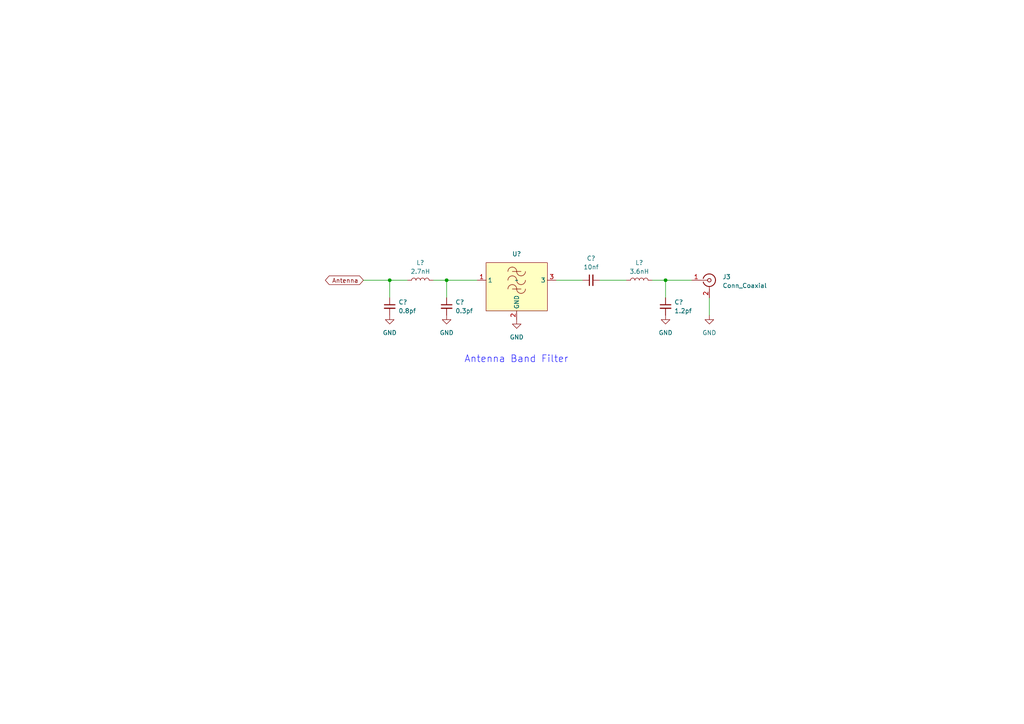
<source format=kicad_sch>
(kicad_sch (version 20230121) (generator eeschema)
  (paper "A4")
  (lib_symbols
    (symbol "Connector:Conn_Coaxial" (pin_names (offset 1.016) hide)
      (property "Reference" "J" (at 0.254 3.048 0))
      (property "Value" "Conn_Coaxial" (at 2.921 0 90))
      (symbol "Conn_Coaxial_0_1"
        (arc (start -1.778 -0.508) (mid 0.2311 -1.8066) (end 1.778 0) (stroke (width 0.254)))
        (polyline (pts (xy -2.54 0) (xy -0.508 0)))
        (polyline (pts (xy 0 -2.54) (xy 0 -1.778)))
        (circle (center 0 0) (radius 0.508) (stroke (width 0.2032)))
        (arc (start 1.778 0) (mid 0.2099 1.8101) (end -1.778 0.508) (stroke (width 0.254)))
      )
      (symbol "Conn_Coaxial_1_1"
        (pin passive line (at -5.08 0 0) (length 2.54) (name "In") (number "1"))
        (pin passive line (at 0 -5.08 90) (length 2.54) (name "Ext") (number "2"))
      )
    )
    (symbol "Device:C_Small" (pin_numbers hide) (pin_names (offset 0.254) hide)
      (property "Reference" "C" (at 0.254 1.778 0))
      (property "Value" "C_Small" (at 0.254 -2.032 0))
      (symbol "C_Small_0_1"
        (polyline (pts (xy -1.524 -0.508) (xy 1.524 -0.508)) (stroke (width 0.3302)))
        (polyline (pts (xy -1.524 0.508) (xy 1.524 0.508)) (stroke (width 0.3048)))
      )
      (symbol "C_Small_1_1"
        (pin passive line (at 0 2.54 270) (length 2.032) (name "~") (number "1"))
        (pin passive line (at 0 -2.54 90) (length 2.032) (name "~") (number "2"))
      )
    )
    (symbol "Device:L" (pin_numbers hide) (pin_names (offset 1.016) hide)
      (property "Reference" "L" (at -1.27 0 90))
      (property "Value" "L" (at 1.905 0 90))
      (symbol "L_0_1"
        (arc (start 0 -2.54) (mid 0.6323 -1.905) (end 0 -1.27))
        (arc (start 0 -1.27) (mid 0.6323 -0.635) (end 0 0))
        (arc (start 0 0) (mid 0.6323 0.635) (end 0 1.27))
        (arc (start 0 1.27) (mid 0.6323 1.905) (end 0 2.54))
      )
      (symbol "L_1_1"
        (pin passive line (at 0 3.81 270) (length 1.27) (name "1") (number "1"))
        (pin passive line (at 0 -3.81 90) (length 1.27) (name "2") (number "2"))
      )
    )
    (symbol "Occupancy_Sensor_Custom_Symbols:LFB182G45CGFD436"
      (property "Reference" "U" (at 0 6.35 0))
      (symbol "LFB182G45CGFD436_1_1"
        (rectangle (start -8.89 5.08) (end 8.89 -8.89) (fill (type background)))
        (arc (start -1.2699 -1.2699) (mid -2.1679 -1.6419) (end -2.5399 -2.5399))
        (arc (start -1.2699 1.2701) (mid -2.1679 0.8981) (end -2.5399 0.0001))
        (arc (start -1.27 3.81) (mid -2.168 3.438) (end -2.54 2.54))
        (arc (start 0.0001 -2.5399) (mid -0.3719 -1.6419) (end -1.2699 -1.2699))
        (arc (start 0.0001 -2.5399) (mid 0.3721 -3.4379) (end 1.2701 -3.8099))
        (arc (start 0.0001 0.0001) (mid -0.3719 0.8981) (end -1.2699 1.2701))
        (polyline (pts (xy -1.27 -2.54) (xy 1.27 -2.54)))
        (polyline (pts (xy -1.27 2.54) (xy 1.27 2.54)))
        (arc (start 0.0001 0.0001) (mid 0.3721 -0.8979) (end 1.2701 -1.2699))
        (arc (start 0 2.54) (mid -0.372 3.438) (end -1.27 3.81))
        (arc (start 0 2.54) (mid 0.372 1.642) (end 1.27 1.27))
        (arc (start 1.2701 -3.8099) (mid 2.1681 -3.4379) (end 2.5401 -2.5399))
        (arc (start 1.2701 -1.2699) (mid 2.1681 -0.8979) (end 2.5401 0.0001))
        (arc (start 1.27 1.27) (mid 2.168 1.642) (end 2.54 2.54))
        (pin bidirectional line (at -11.43 0 0) (length 2.54) (name "1") (number "1"))
        (pin input line (at 0 -11.43 90) (length 2.54) (name "GND") (number "2"))
        (pin bidirectional line (at 11.43 0 180) (length 2.54) (name "3") (number "3"))
      )
    )
    (symbol "power:GND" (power) (pin_names (offset 0))
      (property "Value" "GND" (at 0 -3.81 0))
      (symbol "GND_0_1"
        (polyline (pts (xy 0 0) (xy 0 -1.27) (xy 1.27 -1.27) (xy 0 -2.54) (xy -1.27 -1.27) (xy 0 -1.27)))
      )
      (symbol "GND_1_1"
        (pin power_in line (at 0 0 270) (length 0) hide (name "GND") (number "1"))
      )
    )
  )
  (junction (at 129.54 81.28))
  (junction (at 113.03 81.28))
  (junction (at 193.04 81.28))
  (wire (pts (xy 129.54 81.28) (xy 138.43 81.28)))
  (wire (pts (xy 189.23 81.28) (xy 193.04 81.28)))
  (wire (pts (xy 193.04 81.28) (xy 193.04 86.36)))
  (wire (pts (xy 173.99 81.28) (xy 181.61 81.28)))
  (wire (pts (xy 105.41 81.28) (xy 113.03 81.28)))
  (wire (pts (xy 205.74 86.36) (xy 205.74 91.44)))
  (wire (pts (xy 193.04 81.28) (xy 200.66 81.28)))
  (wire (pts (xy 113.03 81.28) (xy 113.03 86.36)))
  (wire (pts (xy 129.54 81.28) (xy 129.54 86.36)))
  (wire (pts (xy 113.03 81.28) (xy 118.11 81.28)))
  (wire (pts (xy 125.73 81.28) (xy 129.54 81.28)))
  (wire (pts (xy 161.29 81.28) (xy 168.91 81.28)))
  (text "Antenna Band Filter" (at 134.62 105.41 0) (effects (font (size 2 2)) (justify left bottom)))
  (global_label "Antenna" (shape bidirectional) (at 105.41 81.28 180) (property "Intersheetrefs" "${INTERSHEET_REFS}" (effects hide)))
  (symbol (lib_id "Device:C_Small") (at 113.03 88.9 0) (unit 1)
    (property "Reference" "C?" (at 115.57 87.6363 0) (effects (justify left)))
    (property "Value" "0.8pf" (at 115.57 90.1763 0) (effects (justify left)))
    (property "Footprint" "Capacitor_SMD:C_0402_1005Metric" (effects hide))
    (instances (project "Occupancy_Sensor-A" (path "" (reference "C?") (unit 1)) (path "" (reference "C24") (unit 1))))
  )
  (symbol (lib_id "power:GND") (at 113.03 91.44 0) (unit 1)
    (property "Reference" "#PWR?" (effects hide))
    (property "Value" "GND" (at 113.03 96.52 0))
    (instances (project "Occupancy_Sensor-A" (path "" (reference "#PWR?") (unit 1)) (path "" (reference "#PWR059") (unit 1))))
  )
  (symbol (lib_id "Device:C_Small") (at 129.54 88.9 0) (unit 1)
    (property "Reference" "C?" (at 132.08 87.6363 0) (effects (justify left)))
    (property "Value" "0.3pf" (at 132.08 90.1763 0) (effects (justify left)))
    (property "Footprint" "Capacitor_SMD:C_0402_1005Metric" (effects hide))
    (instances (project "Occupancy_Sensor-A" (path "" (reference "C?") (unit 1)) (path "" (reference "C25") (unit 1))))
  )
  (symbol (lib_id "Connector:Conn_Coaxial") (at 205.74 81.28 0) (unit 1)
    (property "Reference" "J3" (at 209.55 80.3032 0) (effects (justify left)))
    (property "Value" "Conn_Coaxial" (at 209.55 82.8432 0) (effects (justify left)))
    (property "Datasheet" " ~" (effects hide))
  )
  (symbol (lib_id "power:GND") (at 129.54 91.44 0) (unit 1)
    (property "Reference" "#PWR?" (effects hide))
    (property "Value" "GND" (at 129.54 96.52 0))
    (instances (project "Occupancy_Sensor-A" (path "" (reference "#PWR?") (unit 1)) (path "" (reference "#PWR060") (unit 1))))
  )
  (symbol (lib_id "power:GND") (at 205.74 91.44 0) (unit 1)
    (property "Reference" "#PWR?" (effects hide))
    (property "Value" "GND" (at 205.74 96.52 0))
    (instances (project "Occupancy_Sensor-A" (path "" (reference "#PWR?") (unit 1)) (path "" (reference "#PWR068") (unit 1))))
  )
  (symbol (lib_id "Device:L") (at 185.42 81.28 90) (unit 1)
    (property "Reference" "L?" (at 185.42 76.2 90))
    (property "Value" "3.6nH" (at 185.42 78.74 90))
    (instances (project "Occupancy_Sensor-A" (path "" (reference "L?") (unit 1)) (path "" (reference "L4") (unit 1))))
  )
  (symbol (lib_id "Device:C_Small") (at 171.45 81.28 90) (unit 1)
    (property "Reference" "C?" (at 171.4563 74.93 90))
    (property "Value" "10nf" (at 171.4563 77.47 90))
    (property "Footprint" "Capacitor_SMD:C_0402_1005Metric" (effects hide))
    (instances (project "Occupancy_Sensor-A" (path "" (reference "C?") (unit 1)) (path "" (reference "C26") (unit 1))))
  )
  (symbol (lib_id "Device:C_Small") (at 193.04 88.9 0) (unit 1)
    (property "Reference" "C?" (at 195.58 87.6363 0) (effects (justify left)))
    (property "Value" "1.2pf" (at 195.58 90.1763 0) (effects (justify left)))
    (property "Footprint" "Capacitor_SMD:C_0402_1005Metric" (effects hide))
    (instances (project "Occupancy_Sensor-A" (path "" (reference "C?") (unit 1)) (path "" (reference "C27") (unit 1))))
  )
  (symbol (lib_id "Device:L") (at 121.92 81.28 90) (unit 1)
    (property "Reference" "L?" (at 121.92 76.2 90))
    (property "Value" "2.7nH" (at 121.92 78.74 90))
    (instances (project "Occupancy_Sensor-A" (path "" (reference "L?") (unit 1)) (path "" (reference "L3") (unit 1))))
  )
  (symbol (lib_id "Occupancy_Sensor_Custom_Symbols:LFB182G45CGFD436") (at 149.86 81.28 0) (unit 1)
    (property "Reference" "U?" (at 149.86 73.66 0))
    (property "Value" "~" (at 149.86 81.28 0))
    (instances (project "Occupancy_Sensor-A" (path "" (reference "U?") (unit 1)) (path "" (reference "U7") (unit 1))))
  )
  (symbol (lib_id "power:GND") (at 149.86 92.71 0) (unit 1)
    (property "Reference" "#PWR?" (effects hide))
    (property "Value" "GND" (at 149.86 97.79 0))
    (instances (project "Occupancy_Sensor-A" (path "" (reference "#PWR?") (unit 1)) (path "" (reference "#PWR061") (unit 1))))
  )
  (symbol (lib_id "power:GND") (at 193.04 91.44 0) (unit 1)
    (property "Reference" "#PWR?" (effects hide))
    (property "Value" "GND" (at 193.04 96.52 0))
    (instances (project "Occupancy_Sensor-A" (path "" (reference "#PWR?") (unit 1)) (path "" (reference "#PWR062") (unit 1))))
  )
)
</source>
